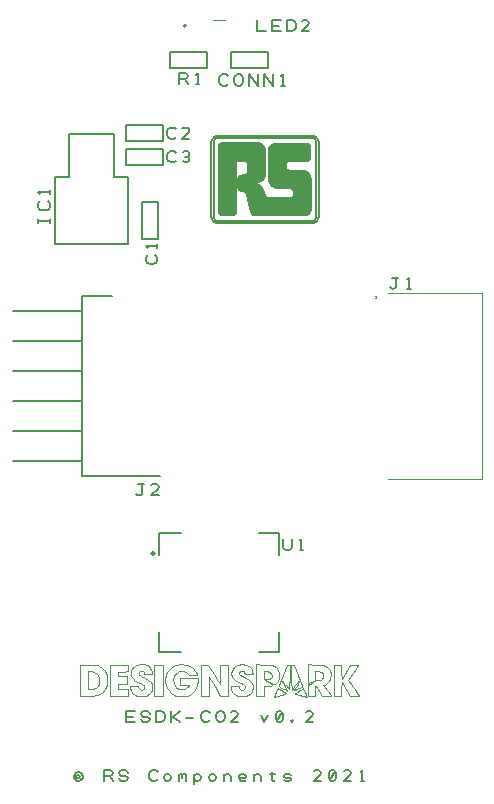
<source format=gbr>
G04 DesignSpark PCB PRO Gerber Version 10.0 Build 5299*
G04 #@! TF.Part,Single*
G04 #@! TF.FileFunction,Legend,Top*
G04 #@! TF.FilePolarity,Positive*
%FSLAX35Y35*%
%MOIN*%
%ADD127C,0.00300*%
%ADD107C,0.00394*%
%ADD106C,0.00500*%
%ADD108C,0.00787*%
%ADD126C,0.00800*%
G04 #@! TD.AperFunction*
X0Y0D02*
D02*
D106*
X16779Y192670D02*
Y193920D01*
Y193295D02*
X13029D01*
Y192670D02*
Y193920D01*
X16154Y199857D02*
X16467Y199545D01*
X16779Y198920D01*
Y197982D01*
X16467Y197357D01*
X16154Y197045D01*
X15529Y196732D01*
X14279D01*
X13654Y197045D01*
X13341Y197357D01*
X13029Y197982D01*
Y198920D01*
X13341Y199545D01*
X13654Y199857D01*
X16779Y202357D02*
Y203607D01*
Y202982D02*
X13029D01*
X13654Y202357D01*
X18504Y207874D02*
Y185433D01*
X42913D01*
X18504Y207874D02*
X23228D01*
Y222047D01*
X24803Y7699D02*
Y8012D01*
X25116Y8949D01*
X25428Y9262D01*
X26053Y9574D01*
X26678D01*
X27303Y9262D01*
X27616Y8949D01*
X27928Y8012D01*
Y7699D01*
X27616Y7074D01*
X27303Y6762D01*
X26678Y6449D01*
X26053D01*
X25428Y6762D01*
X25116Y7074D01*
X24803Y7699D01*
X26991D02*
X26366Y7387D01*
X25741Y7699D01*
Y8324D01*
X26366Y8637D01*
X26991Y8324D01*
X34803Y6449D02*
Y10199D01*
X36991D01*
X37616Y9887D01*
X37928Y9262D01*
X37616Y8637D01*
X36991Y8324D01*
X34803D01*
X36991D02*
X37928Y6449D01*
X39803Y7387D02*
X40116Y6762D01*
X40741Y6449D01*
X41991D01*
X42616Y6762D01*
X42928Y7387D01*
X42616Y8012D01*
X41991Y8324D01*
X40741D01*
X40116Y8637D01*
X39803Y9262D01*
X40116Y9887D01*
X40741Y10199D01*
X41991D01*
X42616Y9887D01*
X42928Y9262D01*
X52928Y7074D02*
X52616Y6762D01*
X51991Y6449D01*
X51053D01*
X50428Y6762D01*
X50116Y7074D01*
X49803Y7699D01*
Y8949D01*
X50116Y9574D01*
X50428Y9887D01*
X51053Y10199D01*
X51991D01*
X52616Y9887D01*
X52928Y9574D01*
X54803Y7387D02*
X55116Y6762D01*
X55741Y6449D01*
X56366D01*
X56991Y6762D01*
X57303Y7387D01*
Y8012D01*
X56991Y8637D01*
X56366Y8949D01*
X55741D01*
X55116Y8637D01*
X54803Y8012D01*
Y7387D01*
X59803Y6449D02*
Y8949D01*
Y8637D02*
X60116Y8949D01*
X60741D01*
X61053Y8637D01*
Y7699D01*
Y8637D02*
X61366Y8949D01*
X61991D01*
X62303Y8637D01*
Y6449D01*
X64803Y8949D02*
Y5512D01*
Y7387D02*
X65116Y6762D01*
X65741Y6449D01*
X66366D01*
X66991Y6762D01*
X67303Y7387D01*
Y8012D01*
X66991Y8637D01*
X66366Y8949D01*
X65741D01*
X65116Y8637D01*
X64803Y8012D01*
Y7387D01*
X69803D02*
X70116Y6762D01*
X70741Y6449D01*
X71366D01*
X71991Y6762D01*
X72303Y7387D01*
Y8012D01*
X71991Y8637D01*
X71366Y8949D01*
X70741D01*
X70116Y8637D01*
X69803Y8012D01*
Y7387D01*
X74803Y6449D02*
Y8949D01*
Y8012D02*
X75116Y8637D01*
X75741Y8949D01*
X76366D01*
X76991Y8637D01*
X77303Y8012D01*
Y6449D01*
X82303Y6762D02*
X81991Y6449D01*
X81366D01*
X80741D01*
X80116Y6762D01*
X79803Y7387D01*
Y8324D01*
X80116Y8637D01*
X80741Y8949D01*
X81366D01*
X81991Y8637D01*
X82303Y8324D01*
Y8012D01*
X81991Y7699D01*
X81366Y7387D01*
X80741D01*
X80116Y7699D01*
X79803Y8012D01*
X84803Y6449D02*
Y8949D01*
Y8012D02*
X85116Y8637D01*
X85741Y8949D01*
X86366D01*
X86991Y8637D01*
X87303Y8012D01*
Y6449D01*
X90324Y8949D02*
X91782D01*
X91053Y9574D02*
Y6762D01*
X91366Y6449D01*
X91678D01*
X91991Y6762D01*
X94803D02*
X95428Y6449D01*
X96678D01*
X97303Y6762D01*
Y7387D01*
X96678Y7699D01*
X95428D01*
X94803Y8012D01*
Y8637D01*
X95428Y8949D01*
X96678D01*
X97303Y8637D01*
X107303Y6449D02*
X104803D01*
X106991Y8637D01*
X107303Y9262D01*
X106991Y9887D01*
X106366Y10199D01*
X105428D01*
X104803Y9887D01*
X110116Y6762D02*
X110741Y6449D01*
X111366D01*
X111991Y6762D01*
X112303Y7387D01*
Y9262D01*
X111991Y9887D01*
X111366Y10199D01*
X110741D01*
X110116Y9887D01*
X109803Y9262D01*
Y7387D01*
X110116Y6762D01*
X111991Y9887D01*
X117303Y6449D02*
X114803D01*
X116991Y8637D01*
X117303Y9262D01*
X116991Y9887D01*
X116366Y10199D01*
X115428D01*
X114803Y9887D01*
X120428Y6449D02*
X121678D01*
X121053D02*
Y10199D01*
X120428Y9574D01*
X38189Y222047D02*
X23228D01*
X42126Y26134D02*
Y29884D01*
X45251D01*
X44626Y28009D02*
X42126D01*
Y26134D02*
X45251D01*
X47126Y27072D02*
X47439Y26447D01*
X48063Y26134D01*
X49313D01*
X49939Y26447D01*
X50251Y27072D01*
X49939Y27697D01*
X49313Y28009D01*
X48063D01*
X47439Y28322D01*
X47126Y28947D01*
X47439Y29572D01*
X48063Y29884D01*
X49313D01*
X49939Y29572D01*
X50251Y28947D01*
X52126Y26134D02*
Y29884D01*
X54001D01*
X54626Y29572D01*
X54939Y29259D01*
X55251Y28634D01*
Y27384D01*
X54939Y26759D01*
X54626Y26447D01*
X54001Y26134D01*
X52126D01*
X57126D02*
Y29884D01*
Y28009D02*
X58063D01*
X60251Y29884D01*
X58063Y28009D02*
X60251Y26134D01*
X62126Y27384D02*
X64626D01*
X70251Y26759D02*
X69939Y26447D01*
X69313Y26134D01*
X68376D01*
X67751Y26447D01*
X67439Y26759D01*
X67126Y27384D01*
Y28634D01*
X67439Y29259D01*
X67751Y29572D01*
X68376Y29884D01*
X69313D01*
X69939Y29572D01*
X70251Y29259D01*
X72126Y27384D02*
Y28634D01*
X72439Y29259D01*
X72751Y29572D01*
X73376Y29884D01*
X74001D01*
X74626Y29572D01*
X74939Y29259D01*
X75251Y28634D01*
Y27384D01*
X74939Y26759D01*
X74626Y26447D01*
X74001Y26134D01*
X73376D01*
X72751Y26447D01*
X72439Y26759D01*
X72126Y27384D01*
X79626Y26134D02*
X77126D01*
X79313Y28322D01*
X79626Y28947D01*
X79313Y29572D01*
X78689Y29884D01*
X77751D01*
X77126Y29572D01*
X87126Y28634D02*
X88376Y26134D01*
X89626Y28634D01*
X92439Y26447D02*
X93063Y26134D01*
X93689D01*
X94313Y26447D01*
X94626Y27072D01*
Y28947D01*
X94313Y29572D01*
X93689Y29884D01*
X93063D01*
X92439Y29572D01*
X92126Y28947D01*
Y27072D01*
X92439Y26447D01*
X94313Y29572D01*
X97439Y26134D02*
X97751Y26447D01*
X97439Y26759D01*
X97126Y26447D01*
X97439Y26134D01*
X104626D02*
X102126D01*
X104313Y28322D01*
X104626Y28947D01*
X104313Y29572D01*
X103689Y29884D01*
X102751D01*
X102126Y29572D01*
X42275Y211917D02*
Y217217D01*
X54575D01*
Y211917D01*
X42275D01*
Y219791D02*
Y225091D01*
X54575D01*
Y219791D01*
X42275D01*
X42913Y185433D02*
Y207874D01*
X38189D01*
Y222047D01*
X45669Y102350D02*
X45982Y102037D01*
X46607Y101725D01*
X47232Y102037D01*
X47544Y102350D01*
Y105475D01*
X48169D01*
X47544D02*
X46294D01*
X53169Y101725D02*
X50669D01*
X52857Y103913D01*
X53169Y104537D01*
X52857Y105163D01*
X52232Y105475D01*
X51294D01*
X50669Y105163D01*
X50591Y82402D02*
G75*
G03*
X51821I615J0D01*
G01*
G75*
G03*
X50591I-615J0D01*
G01*
G36*
X50591Y82402D02*
G75*
G03*
X51821I615J0D01*
G01*
G75*
G03*
X50591I-615J0D01*
G01*
G37*
X53044Y187157D02*
X47744D01*
Y199457D01*
X53044D01*
Y187157D01*
X53346Y56063D02*
Y49409D01*
X60600D01*
X51981Y181865D02*
X52293Y181553D01*
X52606Y180928D01*
Y179990D01*
X52293Y179365D01*
X51981Y179053D01*
X51356Y178740D01*
X50106D01*
X49481Y179053D01*
X49168Y179365D01*
X48856Y179990D01*
Y180928D01*
X49168Y181553D01*
X49481Y181865D01*
X52606Y184365D02*
Y185615D01*
Y184990D02*
X48856D01*
X49481Y184365D01*
X59031Y213374D02*
X58718Y213061D01*
X58093Y212748D01*
X57156D01*
X56531Y213061D01*
X56218Y213374D01*
X55906Y213998D01*
Y215248D01*
X56218Y215874D01*
X56531Y216186D01*
X57156Y216498D01*
X58093D01*
X58718Y216186D01*
X59031Y215874D01*
X61218Y213061D02*
X61843Y212748D01*
X62468D01*
X63093Y213061D01*
X63406Y213686D01*
X63093Y214311D01*
X62468Y214624D01*
X61843D01*
X62468D02*
X63093Y214936D01*
X63406Y215561D01*
X63093Y216186D01*
X62468Y216498D01*
X61843D01*
X61218Y216186D01*
X59031Y221248D02*
X58718Y220935D01*
X58093Y220622D01*
X57156D01*
X56531Y220935D01*
X56218Y221248D01*
X55906Y221872D01*
Y223122D01*
X56218Y223748D01*
X56531Y224060D01*
X57156Y224372D01*
X58093D01*
X58718Y224060D01*
X59031Y223748D01*
X63406Y220622D02*
X60906D01*
X63093Y222810D01*
X63406Y223435D01*
X63093Y224060D01*
X62468Y224372D01*
X61531D01*
X60906Y224060D01*
X56842Y244200D02*
Y249500D01*
X69142D01*
Y244200D01*
X56842D01*
X59843Y238733D02*
Y242483D01*
X62030D01*
X62655Y242170D01*
X62968Y241545D01*
X62655Y240920D01*
X62030Y240608D01*
X59843D01*
X62030D02*
X62968Y238733D01*
X65468D02*
X66718D01*
X66093D02*
Y242483D01*
X65468Y241858D01*
X60600Y89173D02*
X53346D01*
Y81900D01*
X76354Y238964D02*
X76041Y238652D01*
X75416Y238339D01*
X74478D01*
X73854Y238652D01*
X73541Y238964D01*
X73228Y239589D01*
Y240839D01*
X73541Y241464D01*
X73854Y241777D01*
X74478Y242089D01*
X75416D01*
X76041Y241777D01*
X76354Y241464D01*
X78228Y239589D02*
Y240839D01*
X78541Y241464D01*
X78854Y241777D01*
X79478Y242089D01*
X80104D01*
X80728Y241777D01*
X81041Y241464D01*
X81354Y240839D01*
Y239589D01*
X81041Y238964D01*
X80728Y238652D01*
X80104Y238339D01*
X79478D01*
X78854Y238652D01*
X78541Y238964D01*
X78228Y239589D01*
X83228Y238339D02*
Y242089D01*
X86354Y238339D01*
Y242089D01*
X88228Y238339D02*
Y242089D01*
X91354Y238339D01*
Y242089D01*
X93854Y238339D02*
X95104D01*
X94478D02*
Y242089D01*
X93854Y241464D01*
X73248Y196183D02*
Y217872D01*
X73322Y218416D01*
X73552Y218809D01*
X73943Y219047D01*
X74503Y219127D01*
X86191D01*
X87135Y218944D01*
X87838Y218456D01*
X88275Y217754D01*
X88426Y216931D01*
Y208342D01*
X88274Y207525D01*
X87857Y206866D01*
X87235Y206406D01*
X86465Y206184D01*
X85798Y206037D01*
X85649Y205876D01*
X85602Y205596D01*
X85644Y205378D01*
X85793Y205233D01*
X86543Y205047D01*
X86937Y204950D01*
X87279Y204738D01*
X87720Y204106D01*
X88583Y201792D01*
X88921Y201179D01*
X89283Y200970D01*
X89877Y200890D01*
X96937D01*
X97509Y200968D01*
X97927Y201194D01*
X98183Y201552D01*
X98270Y202027D01*
Y202890D01*
X98207Y203333D01*
X97996Y203699D01*
X97608Y203954D01*
X97015Y204067D01*
X92740Y204263D01*
X91637Y204548D01*
X90740Y205130D01*
X90137Y205956D01*
X89917Y206969D01*
Y216539D01*
X90079Y217591D01*
X90539Y218338D01*
X91257Y218783D01*
X92191Y218931D01*
X102231D01*
X102831Y218852D01*
X103231Y218617D01*
X103456Y218236D01*
X103526Y217715D01*
Y214499D01*
X103449Y213933D01*
X103207Y213528D01*
X102781Y213286D01*
X102153Y213205D01*
X96702D01*
X96170Y213117D01*
X95804Y212881D01*
X95593Y212543D01*
X95525Y212146D01*
Y211048D01*
X95619Y210646D01*
X95898Y210332D01*
X96352Y210121D01*
X96976Y210028D01*
X101486Y209754D01*
X102445Y209486D01*
X103217Y208876D01*
X103731Y208038D01*
X103918Y207087D01*
Y197242D01*
X103862Y196736D01*
X103706Y196305D01*
X103158Y195659D01*
X102412Y195284D01*
X101604Y195163D01*
X85445D01*
X84886Y195203D01*
X84440Y195359D01*
X84105Y195693D01*
X83876Y196262D01*
X82465Y202027D01*
X82308Y202496D01*
X82067Y202841D01*
X81643Y203053D01*
X80935Y203125D01*
X80447Y203193D01*
X80062Y203400D01*
X79810Y203754D01*
X79719Y204263D01*
Y207283D01*
X79794Y207791D01*
X80028Y208145D01*
X80431Y208353D01*
X81013Y208420D01*
X81798D01*
X82278Y208528D01*
X82607Y208817D01*
X82796Y209231D01*
X82857Y209714D01*
Y212185D01*
X82772Y212655D01*
X82528Y212999D01*
X82145Y213211D01*
X81641Y213283D01*
X78974D01*
Y196301D01*
X78855Y195759D01*
X78552Y195409D01*
X78146Y195220D01*
X77719Y195163D01*
X74463D01*
X73926Y195235D01*
X73547Y195438D01*
X73322Y195759D01*
X73248Y196183D01*
G36*
X73248Y196183D02*
Y217872D01*
X73322Y218416D01*
X73552Y218809D01*
X73943Y219047D01*
X74503Y219127D01*
X86191D01*
X87135Y218944D01*
X87838Y218456D01*
X88275Y217754D01*
X88426Y216931D01*
Y208342D01*
X88274Y207525D01*
X87857Y206866D01*
X87235Y206406D01*
X86465Y206184D01*
X85798Y206037D01*
X85649Y205876D01*
X85602Y205596D01*
X85644Y205378D01*
X85793Y205233D01*
X86543Y205047D01*
X86937Y204950D01*
X87279Y204738D01*
X87720Y204106D01*
X88583Y201792D01*
X88921Y201179D01*
X89283Y200970D01*
X89877Y200890D01*
X96937D01*
X97509Y200968D01*
X97927Y201194D01*
X98183Y201552D01*
X98270Y202027D01*
Y202890D01*
X98207Y203333D01*
X97996Y203699D01*
X97608Y203954D01*
X97015Y204067D01*
X92740Y204263D01*
X91637Y204548D01*
X90740Y205130D01*
X90137Y205956D01*
X89917Y206969D01*
Y216539D01*
X90079Y217591D01*
X90539Y218338D01*
X91257Y218783D01*
X92191Y218931D01*
X102231D01*
X102831Y218852D01*
X103231Y218617D01*
X103456Y218236D01*
X103526Y217715D01*
Y214499D01*
X103449Y213933D01*
X103207Y213528D01*
X102781Y213286D01*
X102153Y213205D01*
X96702D01*
X96170Y213117D01*
X95804Y212881D01*
X95593Y212543D01*
X95525Y212146D01*
Y211048D01*
X95619Y210646D01*
X95898Y210332D01*
X96352Y210121D01*
X96976Y210028D01*
X101486Y209754D01*
X102445Y209486D01*
X103217Y208876D01*
X103731Y208038D01*
X103918Y207087D01*
Y197242D01*
X103862Y196736D01*
X103706Y196305D01*
X103158Y195659D01*
X102412Y195284D01*
X101604Y195163D01*
X85445D01*
X84886Y195203D01*
X84440Y195359D01*
X84105Y195693D01*
X83876Y196262D01*
X82465Y202027D01*
X82308Y202496D01*
X82067Y202841D01*
X81643Y203053D01*
X80935Y203125D01*
X80447Y203193D01*
X80062Y203400D01*
X79810Y203754D01*
X79719Y204263D01*
Y207283D01*
X79794Y207791D01*
X80028Y208145D01*
X80431Y208353D01*
X81013Y208420D01*
X81798D01*
X82278Y208528D01*
X82607Y208817D01*
X82796Y209231D01*
X82857Y209714D01*
Y212185D01*
X82772Y212655D01*
X82528Y212999D01*
X82145Y213211D01*
X81641Y213283D01*
X78974D01*
Y196301D01*
X78855Y195759D01*
X78552Y195409D01*
X78146Y195220D01*
X77719Y195163D01*
X74463D01*
X73926Y195235D01*
X73547Y195438D01*
X73322Y195759D01*
X73248Y196183D01*
G37*
X85827Y260199D02*
Y256449D01*
X88952D01*
X90827D02*
Y260199D01*
X93952D01*
X93327Y258324D02*
X90827D01*
Y256449D02*
X93952D01*
X95827D02*
Y260199D01*
X97702D01*
X98327Y259887D01*
X98639Y259574D01*
X98952Y258949D01*
Y257699D01*
X98639Y257074D01*
X98327Y256762D01*
X97702Y256449D01*
X95827D01*
X103327D02*
X100827D01*
X103014Y258637D01*
X103327Y259262D01*
X103014Y259887D01*
X102389Y260199D01*
X101452D01*
X100827Y259887D01*
X86437Y49409D02*
X93110D01*
Y56063D01*
X89615Y249500D02*
Y244200D01*
X77315D01*
Y249500D01*
X89615D01*
X93110Y81900D02*
Y89173D01*
X86437D01*
X94488Y87365D02*
Y84552D01*
X94801Y83927D01*
X95426Y83615D01*
X96676D01*
X97301Y83927D01*
X97613Y84552D01*
Y87365D01*
X100113Y83615D02*
X101363D01*
X100738D02*
Y87365D01*
X100113Y86740D01*
X130315Y171248D02*
X130628Y170935D01*
X131252Y170622D01*
X131878Y170935D01*
X132190Y171248D01*
Y174372D01*
X132815D01*
X132190D02*
X130940D01*
X135940Y170622D02*
X137190D01*
X136565D02*
Y174372D01*
X135940Y173748D01*
D02*
D107*
X71260Y260236D02*
X75197D01*
X129429Y169193D02*
X160965D01*
Y107185D01*
X129429D01*
D02*
D108*
X27559Y113189D02*
X4567D01*
X27559Y123189D02*
X4567D01*
X27559Y133189D02*
X4567D01*
X27559Y143189D02*
X4567D01*
X27559Y153189D02*
X4567D01*
X27559Y163189D02*
X4567D01*
X53543Y108189D02*
X27559D01*
Y168189D01*
X37559D01*
X61811Y257874D02*
Y258661D02*
G75*
G03*
Y257874I0J-394D01*
G01*
Y258661D02*
G75*
G02*
Y257874I0J-394D01*
G01*
X125591Y167913D02*
G75*
G02*
Y167520I0J-197D01*
G01*
Y167913D02*
G75*
G02*
Y167520I0J-197D01*
G01*
G75*
G02*
Y167913I0J197D01*
G01*
D02*
D126*
X104193Y192525D02*
X105067Y192702D01*
X105781Y193183D01*
X106262Y193897D01*
X106439Y194771D01*
Y219402D01*
X106262Y220276D01*
X105781Y220990D01*
X105067Y221472D01*
X104193Y221648D01*
X72973D01*
X72099Y221472D01*
X71385Y220990D01*
X70903Y220276D01*
X70727Y219402D01*
Y194771D01*
X70903Y193897D01*
X71385Y193183D01*
X72099Y192702D01*
X72973Y192525D01*
X104193D01*
X105746Y219402D02*
X105624Y220007D01*
X105291Y220500D01*
X104797Y220833D01*
X104193Y220955D01*
X72973D01*
X72369Y220833D01*
X71875Y220500D01*
X71542Y220007D01*
X71420Y219402D01*
Y194772D01*
X71542Y194167D01*
X71875Y193674D01*
X72369Y193341D01*
X72973Y193219D01*
X104193D01*
X104797Y193341D01*
X105291Y193674D01*
X105624Y194167D01*
X105746Y194772D01*
Y219402D01*
D02*
D127*
X26990Y34951D02*
Y45377D01*
X29643Y45334D01*
X30000Y45329D01*
X31071Y45305D01*
X31956Y45261D01*
X32502Y45187D01*
X32813Y45100D01*
X32914Y45063D01*
X33267Y44933D01*
X34248Y44324D01*
X35216Y43238D01*
X35806Y41826D01*
X36006Y40538D01*
Y39687D01*
X35824Y38424D01*
X35276Y37068D01*
X34348Y36026D01*
X33379Y35419D01*
X33031Y35280D01*
X32930Y35241D01*
X32617Y35143D01*
X32087Y35063D01*
X31194Y35020D01*
X30071Y34996D01*
X29698Y34991D01*
X26990Y34951D01*
X31638Y37385D02*
X31820Y37435D01*
X32337Y37698D01*
X32844Y38204D01*
X33166Y38917D01*
X33298Y39612D01*
X33311Y39845D01*
X33330Y40198D01*
X33195Y41269D01*
X32667Y42271D01*
X31711Y42865D01*
X30669Y43061D01*
X29724D01*
Y37265D01*
X30463Y37266D01*
X30626D01*
X31113Y37302D01*
X31577Y37369D01*
X31638Y37385D01*
X37052Y34969D02*
Y45358D01*
X42847D01*
Y43067D01*
X41235Y43036D01*
X39622Y43006D01*
X39590Y42214D01*
X39557Y41420D01*
X42739D01*
Y39014D01*
X39558D01*
X39590Y38167D01*
X39622Y37319D01*
X41235Y37289D01*
X42847Y37258D01*
Y34969D01*
X37052D01*
X46100Y34861D02*
X45837Y34928D01*
X45094Y35296D01*
X44308Y35999D01*
X43796Y36905D01*
X43613Y37682D01*
Y38358D01*
X45102D01*
X45655Y38354D01*
X46052Y38325D01*
X46227Y38252D01*
X46282Y38149D01*
X46293Y38113D01*
X46337Y37957D01*
X46560Y37425D01*
X46846Y37126D01*
X46922Y37086D01*
X46996Y37048D01*
X47251Y36985D01*
X47566Y37006D01*
X47850Y37130D01*
X48085Y37334D01*
X48250Y37598D01*
X48330Y37900D01*
X48306Y38219D01*
X48207Y38464D01*
X48159Y38533D01*
X48137Y38564D01*
X47996Y38666D01*
X47668Y38858D01*
X47224Y39087D01*
X46840Y39267D01*
X46710Y39324D01*
X46354Y39480D01*
X45319Y40023D01*
X44424Y40719D01*
X43945Y41495D01*
X43804Y42203D01*
Y42658D01*
X43917Y43317D01*
X44263Y44058D01*
X44850Y44675D01*
X45469Y45080D01*
X45691Y45183D01*
X45792Y45232D01*
X46103Y45365D01*
X46455Y45467D01*
X46863Y45511D01*
X47297Y45520D01*
X47580D01*
X47998Y45509D01*
X48401Y45469D01*
X48733Y45383D01*
X48997Y45279D01*
X49082Y45238D01*
X49267Y45152D01*
X49788Y44811D01*
X50329Y44269D01*
X50698Y43616D01*
X50869Y43051D01*
X50895Y42857D01*
X50969Y42295D01*
X48333D01*
X48207Y42679D01*
X48169Y42790D01*
X47895Y43146D01*
X47450Y43280D01*
X47187D01*
X46840Y43131D01*
X46534Y42772D01*
X46448Y42331D01*
X46571Y42007D01*
X46648Y41938D01*
X46674Y41915D01*
X46833Y41819D01*
X47195Y41619D01*
X47683Y41367D01*
X48103Y41159D01*
X48244Y41091D01*
X48592Y40924D01*
X49609Y40354D01*
X50450Y39656D01*
X50876Y38869D01*
X50992Y38117D01*
Y37866D01*
X50991Y37629D01*
X50882Y36918D01*
X50552Y36140D01*
X49992Y35520D01*
X49406Y35137D01*
X49196Y35043D01*
X49055Y34980D01*
X48572Y34884D01*
X47699Y34791D01*
X46801Y34779D01*
X46268Y34819D01*
X46100Y34861D01*
X51706Y34969D02*
Y45358D01*
X54441D01*
Y34969D01*
X51706D01*
X59263Y34922D02*
X58990Y34996D01*
X58203Y35337D01*
X57260Y35967D01*
X56462Y36791D01*
X55965Y37523D01*
X55836Y37784D01*
X55769Y37919D01*
X55578Y38330D01*
X55434Y38747D01*
X55365Y39203D01*
X55337Y39698D01*
X55332Y39862D01*
X55322Y40101D01*
X55343Y40819D01*
X55461Y41631D01*
X55702Y42352D01*
X55970Y42874D01*
X56076Y43036D01*
X56414Y43557D01*
X57931Y44796D01*
X60296Y45530D01*
X62773Y45204D01*
X64522Y44243D01*
X64965Y43786D01*
X65057Y43691D01*
X65300Y43367D01*
X65648Y42824D01*
X65921Y42309D01*
X66032Y42056D01*
Y41950D01*
X65647Y41888D01*
X64833Y41858D01*
X63091D01*
X62803Y42235D01*
X62680Y42395D01*
X62178Y42772D01*
X61357Y43092D01*
X60467Y43166D01*
X59825Y43053D01*
X59635Y42965D01*
X59504Y42907D01*
X59144Y42657D01*
X58697Y42216D01*
X58333Y41693D01*
X58138Y41280D01*
X58096Y41136D01*
X58030Y40909D01*
X57967Y40188D01*
X58095Y39233D01*
X58452Y38371D01*
X58848Y37838D01*
X59013Y37700D01*
X59213Y37535D01*
X59951Y37202D01*
X60994Y37087D01*
X62005Y37348D01*
X62676Y37780D01*
X62844Y37972D01*
X62927Y38068D01*
X63154Y38372D01*
X63124Y38585D01*
X62656Y38671D01*
X61906Y38686D01*
X60128D01*
Y40873D01*
X66360D01*
Y39772D01*
X66067Y38420D01*
X65245Y36858D01*
X63982Y35652D01*
X62788Y35027D01*
X62365Y34917D01*
X62191Y34872D01*
X61654Y34801D01*
X60809Y34763D01*
X59966Y34804D01*
X59434Y34877D01*
X59263Y34922D01*
X67345Y34969D02*
Y45364D01*
X68514Y45333D01*
X69683Y45302D01*
X71626Y42144D01*
X71816Y41837D01*
X72385Y40914D01*
X73019Y39895D01*
X73459Y39194D01*
X73630Y38928D01*
X73641Y38919D01*
X73662Y39150D01*
X73667Y39826D01*
X73657Y40846D01*
X73639Y41790D01*
X73632Y42104D01*
X73552Y45358D01*
X76094D01*
Y34961D01*
X73742Y35023D01*
X71828Y38078D01*
X69914Y41135D01*
X69857Y34969D01*
X67345D01*
X79856Y34855D02*
X79574Y34916D01*
X78765Y35269D01*
X77922Y35962D01*
X77380Y36873D01*
X77187Y37674D01*
Y38358D01*
X79785D01*
X79853Y37931D01*
X79868Y37836D01*
X79987Y37558D01*
X80235Y37241D01*
X80557Y37020D01*
X80819Y36937D01*
X80985D01*
X81224Y37019D01*
X81505Y37180D01*
X81554Y37220D01*
X81620Y37277D01*
X81822Y37533D01*
X81890Y37835D01*
Y38033D01*
X81828Y38323D01*
X81593Y38641D01*
X81109Y38956D01*
X80507Y39246D01*
X80304Y39334D01*
X79984Y39473D01*
X79054Y39946D01*
X78205Y40538D01*
X77680Y41182D01*
X77442Y41750D01*
X77400Y41946D01*
X77363Y42123D01*
X77343Y42670D01*
X77485Y43358D01*
X77820Y43999D01*
X78198Y44449D01*
X78343Y44576D01*
X78602Y44804D01*
X79566Y45273D01*
X80982Y45509D01*
X82371Y45283D01*
X83282Y44820D01*
X83516Y44593D01*
X83658Y44455D01*
X84130Y43805D01*
X84356Y43067D01*
X84375Y42884D01*
X84436Y42295D01*
X81939D01*
X81723Y42759D01*
X81682Y42846D01*
X81478Y43143D01*
X81228Y43301D01*
X81165Y43318D01*
X81047Y43351D01*
X80657Y43316D01*
X80231Y43078D01*
X79976Y42685D01*
X79944Y42325D01*
X79980Y42220D01*
X79997Y42170D01*
X80098Y42032D01*
X80373Y41815D01*
X80883Y41519D01*
X81501Y41197D01*
X81708Y41092D01*
X82081Y40904D01*
X83167Y40268D01*
X84039Y39509D01*
X84439Y38667D01*
X84506Y37859D01*
X84488Y37593D01*
X84481Y37488D01*
X84388Y36954D01*
X84241Y36496D01*
X84207Y36428D01*
X84148Y36314D01*
X83916Y35997D01*
X83515Y35593D01*
X83050Y35256D01*
X82687Y35065D01*
X82560Y35020D01*
X82420Y34970D01*
X81974Y34886D01*
X81221Y34808D01*
X80462Y34794D01*
X80004Y34824D01*
X79856Y34855D01*
X85609Y34969D02*
Y45382D01*
X88152Y45333D01*
X88495Y45327D01*
X89528Y45300D01*
X90377Y45253D01*
X90901Y45174D01*
X91207Y45083D01*
X91306Y45045D01*
X91494Y44972D01*
X92311Y44404D01*
X92939Y43587D01*
X93033Y43389D01*
X93073Y43304D01*
X93179Y43043D01*
X93266Y42719D01*
X93306Y42332D01*
X93316Y41935D01*
Y41802D01*
X93315Y41672D01*
X93303Y41278D01*
X93261Y40888D01*
X93174Y40558D01*
X93069Y40295D01*
X93030Y40210D01*
X92973Y40089D01*
X92759Y39748D01*
X92406Y39289D01*
X92061Y38937D01*
X91876Y38796D01*
X91771D01*
X91643Y38863D01*
X91254Y39045D01*
X90704Y39315D01*
X90215Y39561D01*
X90054Y39643D01*
X88397Y40491D01*
X89312Y40550D01*
X89440Y40558D01*
X89825Y40593D01*
X90139Y40653D01*
X90346Y40767D01*
X90497Y40911D01*
X90543Y40962D01*
X90603Y41030D01*
X90791Y41340D01*
X90857Y41678D01*
Y41936D01*
X90745Y42372D01*
X90394Y42765D01*
X89776Y42989D01*
X89090Y43061D01*
X88861D01*
X88124Y43061D01*
Y40488D01*
X89703Y39505D01*
X89854Y39411D01*
X90309Y39126D01*
X90739Y38840D01*
X90991Y38633D01*
X91061Y38490D01*
X90945Y38398D01*
X90642Y38340D01*
X90148Y38305D01*
X89633Y38282D01*
X89463Y38275D01*
X88124Y38222D01*
Y34969D01*
X85609D01*
X91767Y34886D02*
X91787Y34935D01*
X91994Y35443D01*
X92276Y36138D01*
X92333Y36280D01*
X92391Y36423D01*
X92654Y37041D01*
X92822Y37399D01*
X92833Y37411D01*
X92843Y37424D01*
X92972Y37378D01*
X93295Y37220D01*
X93753Y36961D01*
X94162Y36715D01*
X94298Y36629D01*
X95683Y35754D01*
X95320Y35641D01*
X95201Y35604D01*
X94844Y35493D01*
X94285Y35320D01*
X93685Y35135D01*
X93091Y34954D01*
X92547Y34790D01*
X92098Y34656D01*
X91791Y34565D01*
X91698Y34530D01*
X91668D01*
X91677Y34635D01*
X91746Y34838D01*
X91767Y34886D01*
X94548Y37326D02*
X94412Y37395D01*
X94007Y37612D01*
X93563Y37866D01*
X93264Y38062D01*
X93154Y38144D01*
Y38254D01*
X93265Y38501D01*
X93569Y39297D01*
X94019Y40439D01*
X94429Y41466D01*
X94568Y41807D01*
X95982Y45302D01*
X96440Y45337D01*
X96897Y45370D01*
X96818Y41619D01*
X96809Y41247D01*
X96781Y40130D01*
X96741Y38848D01*
X96702Y37913D01*
X96678Y37513D01*
X96669Y37457D01*
X96599Y37048D01*
X95507Y38422D01*
X95400Y38558D01*
X95075Y38961D01*
X94706Y39413D01*
X94437Y39730D01*
X94326Y39854D01*
X94311Y39863D01*
X94359Y39687D01*
X94565Y39274D01*
X94623Y39170D01*
X94774Y38898D01*
X95224Y38075D01*
X95656Y37272D01*
X95911Y36780D01*
X95981Y36614D01*
X95976Y36615D01*
X95856Y36673D01*
X95544Y36826D01*
X95092Y37052D01*
X94684Y37257D01*
X94548Y37326D01*
X98637Y37566D02*
X98701Y37682D01*
X99084Y38373D01*
X99452Y39027D01*
X99507Y39124D01*
X99563Y39222D01*
X99780Y39640D01*
X99874Y39875D01*
X99862Y39887D01*
X99793D01*
X99788Y39880D01*
X99783Y39875D01*
X99682Y39749D01*
X99423Y39424D01*
X99049Y38955D01*
X98712Y38531D01*
X98599Y38391D01*
X97447Y36947D01*
X97377Y40141D01*
X97369Y40471D01*
X97344Y41461D01*
X97306Y42693D01*
X97271Y43701D01*
X97248Y44206D01*
X97240Y44345D01*
X97174Y45358D01*
X98137D01*
X99597Y41745D01*
X99738Y41394D01*
X100159Y40339D01*
X100615Y39181D01*
X100916Y38393D01*
X101020Y38099D01*
X101015Y38093D01*
X100996Y38076D01*
X100876Y38015D01*
X100557Y37849D01*
X100118Y37628D01*
X99620Y37380D01*
X99122Y37135D01*
X98685Y36923D01*
X98368Y36774D01*
X98266Y36718D01*
X98233D01*
X98325Y36968D01*
X98572Y37449D01*
X98637Y37566D01*
X100449Y35129D02*
X100270Y35185D01*
X99731Y35357D01*
X99139Y35550D01*
X98730Y35689D01*
X98574Y35746D01*
X98569Y35751D01*
X98658Y35836D01*
X98938Y36033D01*
X99364Y36315D01*
X99759Y36568D01*
X99892Y36650D01*
X100024Y36734D01*
X100424Y36980D01*
X100868Y37245D01*
X101173Y37416D01*
X101291Y37474D01*
X101296Y37468D01*
X101313Y37449D01*
X101365Y37329D01*
X101504Y37006D01*
X101690Y36561D01*
X101898Y36055D01*
X102102Y35547D01*
X102278Y35098D01*
X102403Y34772D01*
X102449Y34662D01*
Y34608D01*
X102425Y34558D01*
X102219Y34586D01*
X101627Y34759D01*
X100743Y35037D01*
X100449Y35129D01*
X102778Y34969D02*
Y38451D01*
X104128Y39280D01*
X104319Y39398D01*
X104900Y39746D01*
X105384Y39993D01*
X105746Y40091D01*
X106053Y40107D01*
X106302D01*
X106743Y40155D01*
X107156Y40244D01*
X107208Y40266D01*
X107335Y40319D01*
X107667Y40607D01*
X107946Y41120D01*
X108019Y41717D01*
X107924Y42176D01*
X107856Y42309D01*
X107794Y42427D01*
X107193Y42860D01*
X106259Y43058D01*
X106031D01*
X105294Y43061D01*
Y40219D01*
X104092Y39616D01*
X103975Y39557D01*
X103621Y39383D01*
X103227Y39191D01*
X102951Y39062D01*
X102864Y39014D01*
X102828D01*
X102813Y39266D01*
X102794Y39950D01*
X102783Y40962D01*
X102778Y41889D01*
Y45380D01*
X105266Y45331D01*
X105686Y45324D01*
X106950Y45274D01*
X108028Y45157D01*
X108729Y44935D01*
X109156Y44669D01*
X109284Y44563D01*
X109544Y44350D01*
X110129Y43471D01*
X110498Y42112D01*
X110369Y40707D01*
X109944Y39733D01*
X109726Y39473D01*
X109655Y39391D01*
X109401Y39181D01*
X108962Y38890D01*
X108522Y38667D01*
X108276Y38577D01*
X108152D01*
X108028Y38492D01*
Y38420D01*
X108130Y38290D01*
X108413Y37903D01*
X108830Y37361D01*
X109211Y36878D01*
X109340Y36718D01*
X109467Y36560D01*
X109850Y36080D01*
X110266Y35548D01*
X110548Y35179D01*
X110652Y35065D01*
Y35018D01*
X110224Y34985D01*
X109455Y34969D01*
X107746D01*
X106622Y36551D01*
X106511Y36707D01*
X106177Y37172D01*
X105797Y37689D01*
X105523Y38050D01*
X105410Y38189D01*
X105396Y38198D01*
X105321Y37794D01*
X105294Y36910D01*
Y34969D01*
X102778D01*
X111417Y34967D02*
Y45358D01*
X114038D01*
X114067Y42992D01*
X114097Y40626D01*
X115573Y42989D01*
X117050Y45352D01*
X118389Y45354D01*
X118573Y45356D01*
X119335Y45341D01*
X119730Y45312D01*
Y45247D01*
X119596Y45080D01*
X119233Y44519D01*
X118696Y43701D01*
X118204Y42960D01*
X118040Y42713D01*
X116350Y40180D01*
X116546Y39898D01*
X116572Y39860D01*
X116742Y39616D01*
X117133Y39057D01*
X117662Y38300D01*
X118119Y37647D01*
X118271Y37429D01*
X118421Y37215D01*
X118872Y36569D01*
X119375Y35844D01*
X119730Y35331D01*
X119869Y35124D01*
X119881Y35105D01*
X119885Y35097D01*
X119849Y35039D01*
X119630Y34997D01*
X119180Y34975D01*
X118633Y34969D01*
X116940D01*
X114097Y39494D01*
X114067Y37231D01*
X114038Y34967D01*
X111417D01*
X0Y0D02*
M02*

</source>
